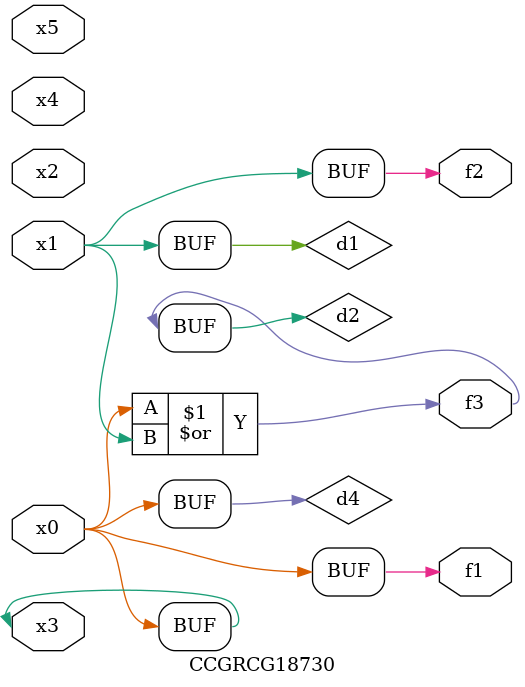
<source format=v>
module CCGRCG18730(
	input x0, x1, x2, x3, x4, x5,
	output f1, f2, f3
);

	wire d1, d2, d3, d4;

	and (d1, x1);
	or (d2, x0, x1);
	nand (d3, x0, x5);
	buf (d4, x0, x3);
	assign f1 = d4;
	assign f2 = d1;
	assign f3 = d2;
endmodule

</source>
